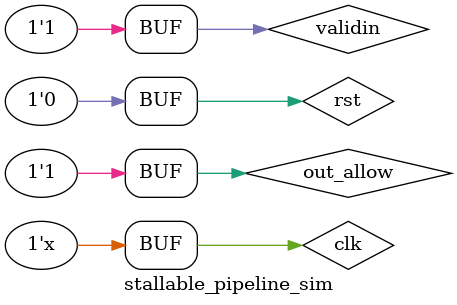
<source format=v>
`timescale 1ns / 1ps


module stallable_pipeline_sim();
    reg clk;
    reg rst;
    reg validin;
    reg [7:0] datain;
    reg out_allow;
    wire validout;
    wire [7:0] dataout;
    
    stallable_pipeline#(8) gate(clk,rst,validin,datain,out_allow,validout,dataout);
    initial begin
        clk=0;
        rst=0;
        validin=1;
        datain=0;
        out_allow=1;
        #50 rst=~rst;
        #50 rst=~rst;
        #200 rst=~rst;
        #50 rst=~rst;
    end
    always #50 clk=~clk;
    always #21 datain={$random}%256;

endmodule

</source>
